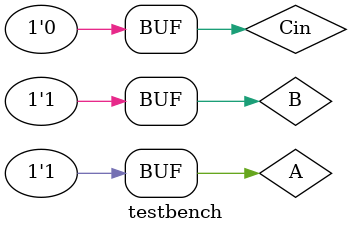
<source format=v>
`timescale 1ns / 1ps


module testbench();
  wire s,co;
  reg A,B,Cin;
  fulladder f2(s,co,A,B,Cin);
initial
  begin
   A=1'b0; B=1'b0; Cin=1'b0;
   #100;
   A=1'b0; B=1'b1; Cin=1'b0;
   #100;
   A=1'b1; B=1'b0; Cin=1'b0;
   #100;
   A=1'b1; B=1'b1; Cin=1'b0;
   
  end
endmodule
  

</source>
